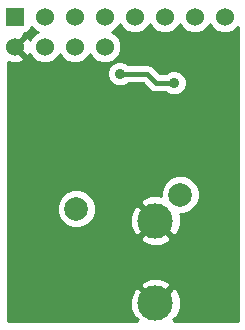
<source format=gbl>
G04 (created by PCBNEW (2013-07-07 BZR 4022)-stable) date 07/07/2014 09:14:03*
%MOIN*%
G04 Gerber Fmt 3.4, Leading zero omitted, Abs format*
%FSLAX34Y34*%
G01*
G70*
G90*
G04 APERTURE LIST*
%ADD10C,0.00590551*%
%ADD11R,0.06X0.06*%
%ADD12C,0.06*%
%ADD13C,0.11811*%
%ADD14C,0.0787402*%
%ADD15C,0.035*%
%ADD16C,0.015*%
%ADD17C,0.01*%
G04 APERTURE END LIST*
G54D10*
G54D11*
X19500Y-7000D03*
G54D12*
X25500Y-7000D03*
X20500Y-7000D03*
X26500Y-7000D03*
X21500Y-7000D03*
X22500Y-7000D03*
X23500Y-7000D03*
X24500Y-7000D03*
X22500Y-8000D03*
X21500Y-8000D03*
X20500Y-8000D03*
X19500Y-8000D03*
G54D13*
X24187Y-13793D03*
X24187Y-16549D03*
G54D14*
X25014Y-12927D03*
X21549Y-13400D03*
G54D15*
X24000Y-11500D03*
X24800Y-9200D03*
X23000Y-8900D03*
G54D16*
X24200Y-9200D02*
X24800Y-9200D01*
X23900Y-8900D02*
X24200Y-9200D01*
X23000Y-8900D02*
X23900Y-8900D01*
G54D10*
G36*
X26930Y-17130D02*
X25657Y-17130D01*
X25657Y-12800D01*
X25560Y-12563D01*
X25379Y-12382D01*
X25225Y-12318D01*
X25225Y-9115D01*
X25160Y-8959D01*
X25041Y-8839D01*
X24884Y-8775D01*
X24715Y-8774D01*
X24559Y-8839D01*
X24524Y-8875D01*
X24334Y-8875D01*
X24129Y-8670D01*
X24024Y-8599D01*
X23900Y-8575D01*
X23276Y-8575D01*
X23241Y-8539D01*
X23084Y-8475D01*
X22915Y-8474D01*
X22759Y-8539D01*
X22639Y-8658D01*
X22575Y-8815D01*
X22574Y-8984D01*
X22639Y-9140D01*
X22758Y-9260D01*
X22915Y-9324D01*
X23084Y-9325D01*
X23240Y-9260D01*
X23275Y-9225D01*
X23765Y-9225D01*
X23970Y-9429D01*
X23970Y-9429D01*
X24075Y-9500D01*
X24075Y-9500D01*
X24175Y-9520D01*
X24199Y-9525D01*
X24199Y-9524D01*
X24200Y-9525D01*
X24523Y-9525D01*
X24558Y-9560D01*
X24715Y-9624D01*
X24884Y-9625D01*
X25040Y-9560D01*
X25160Y-9441D01*
X25224Y-9284D01*
X25225Y-9115D01*
X25225Y-12318D01*
X25142Y-12283D01*
X24886Y-12283D01*
X24650Y-12381D01*
X24468Y-12562D01*
X24370Y-12798D01*
X24370Y-12962D01*
X24338Y-12950D01*
X24004Y-12956D01*
X23724Y-13072D01*
X23662Y-13197D01*
X24187Y-13722D01*
X24192Y-13717D01*
X24263Y-13788D01*
X24258Y-13793D01*
X24783Y-14319D01*
X24908Y-14256D01*
X25030Y-13944D01*
X25024Y-13610D01*
X25008Y-13571D01*
X25141Y-13571D01*
X25378Y-13473D01*
X25559Y-13292D01*
X25657Y-13056D01*
X25657Y-12800D01*
X25657Y-17130D01*
X25030Y-17130D01*
X24817Y-17130D01*
X24828Y-17119D01*
X24783Y-17074D01*
X24908Y-17012D01*
X25030Y-16700D01*
X25024Y-16366D01*
X24908Y-16087D01*
X24783Y-16024D01*
X24712Y-16094D01*
X24712Y-15953D01*
X24712Y-14389D01*
X24187Y-13864D01*
X24116Y-13935D01*
X24116Y-13793D01*
X23591Y-13268D01*
X23465Y-13331D01*
X23343Y-13642D01*
X23350Y-13976D01*
X23465Y-14256D01*
X23591Y-14319D01*
X24116Y-13793D01*
X24116Y-13935D01*
X23662Y-14389D01*
X23724Y-14515D01*
X24036Y-14637D01*
X24370Y-14630D01*
X24649Y-14515D01*
X24712Y-14389D01*
X24712Y-15953D01*
X24649Y-15828D01*
X24338Y-15706D01*
X24004Y-15712D01*
X23724Y-15828D01*
X23662Y-15953D01*
X24187Y-16478D01*
X24712Y-15953D01*
X24712Y-16094D01*
X24258Y-16549D01*
X24263Y-16555D01*
X24192Y-16625D01*
X24187Y-16620D01*
X24181Y-16625D01*
X24116Y-16560D01*
X24111Y-16555D01*
X24116Y-16549D01*
X23591Y-16024D01*
X23465Y-16087D01*
X23343Y-16398D01*
X23350Y-16732D01*
X23465Y-17012D01*
X23591Y-17074D01*
X23546Y-17119D01*
X23557Y-17130D01*
X22193Y-17130D01*
X22193Y-13272D01*
X22095Y-13035D01*
X21914Y-12854D01*
X21678Y-12756D01*
X21422Y-12756D01*
X21185Y-12853D01*
X21004Y-13034D01*
X20906Y-13271D01*
X20905Y-13527D01*
X21003Y-13764D01*
X21184Y-13945D01*
X21421Y-14043D01*
X21677Y-14043D01*
X21913Y-13946D01*
X22094Y-13765D01*
X22193Y-13528D01*
X22193Y-13272D01*
X22193Y-17130D01*
X19269Y-17130D01*
X19269Y-17100D01*
X19269Y-9800D01*
X19269Y-8501D01*
X19418Y-8554D01*
X19636Y-8543D01*
X19787Y-8481D01*
X19815Y-8385D01*
X19500Y-8070D01*
X19494Y-8076D01*
X19423Y-8005D01*
X19429Y-8000D01*
X19423Y-7994D01*
X19494Y-7923D01*
X19500Y-7929D01*
X19815Y-7614D01*
X19796Y-7550D01*
X19849Y-7550D01*
X19941Y-7512D01*
X20011Y-7441D01*
X20049Y-7349D01*
X20049Y-7327D01*
X20188Y-7465D01*
X20269Y-7499D01*
X20188Y-7533D01*
X20034Y-7688D01*
X20002Y-7763D01*
X19981Y-7712D01*
X19885Y-7684D01*
X19570Y-8000D01*
X19885Y-8315D01*
X19981Y-8287D01*
X20000Y-8232D01*
X20033Y-8311D01*
X20188Y-8465D01*
X20390Y-8549D01*
X20608Y-8550D01*
X20811Y-8466D01*
X20965Y-8311D01*
X20999Y-8230D01*
X21033Y-8311D01*
X21188Y-8465D01*
X21390Y-8549D01*
X21608Y-8550D01*
X21811Y-8466D01*
X21965Y-8311D01*
X21999Y-8230D01*
X22033Y-8311D01*
X22188Y-8465D01*
X22390Y-8549D01*
X22608Y-8550D01*
X22811Y-8466D01*
X22965Y-8311D01*
X23049Y-8109D01*
X23050Y-7891D01*
X22966Y-7688D01*
X22811Y-7534D01*
X22730Y-7500D01*
X22811Y-7466D01*
X22965Y-7311D01*
X22999Y-7230D01*
X23033Y-7311D01*
X23188Y-7465D01*
X23390Y-7549D01*
X23608Y-7550D01*
X23811Y-7466D01*
X23965Y-7311D01*
X23999Y-7230D01*
X24033Y-7311D01*
X24188Y-7465D01*
X24390Y-7549D01*
X24608Y-7550D01*
X24811Y-7466D01*
X24965Y-7311D01*
X24999Y-7230D01*
X25033Y-7311D01*
X25188Y-7465D01*
X25390Y-7549D01*
X25608Y-7550D01*
X25811Y-7466D01*
X25965Y-7311D01*
X25999Y-7230D01*
X26033Y-7311D01*
X26188Y-7465D01*
X26390Y-7549D01*
X26608Y-7550D01*
X26811Y-7466D01*
X26930Y-7347D01*
X26930Y-11900D01*
X26930Y-17100D01*
X26930Y-17130D01*
X26930Y-17130D01*
G37*
G54D17*
X26930Y-17130D02*
X25657Y-17130D01*
X25657Y-12800D01*
X25560Y-12563D01*
X25379Y-12382D01*
X25225Y-12318D01*
X25225Y-9115D01*
X25160Y-8959D01*
X25041Y-8839D01*
X24884Y-8775D01*
X24715Y-8774D01*
X24559Y-8839D01*
X24524Y-8875D01*
X24334Y-8875D01*
X24129Y-8670D01*
X24024Y-8599D01*
X23900Y-8575D01*
X23276Y-8575D01*
X23241Y-8539D01*
X23084Y-8475D01*
X22915Y-8474D01*
X22759Y-8539D01*
X22639Y-8658D01*
X22575Y-8815D01*
X22574Y-8984D01*
X22639Y-9140D01*
X22758Y-9260D01*
X22915Y-9324D01*
X23084Y-9325D01*
X23240Y-9260D01*
X23275Y-9225D01*
X23765Y-9225D01*
X23970Y-9429D01*
X23970Y-9429D01*
X24075Y-9500D01*
X24075Y-9500D01*
X24175Y-9520D01*
X24199Y-9525D01*
X24199Y-9524D01*
X24200Y-9525D01*
X24523Y-9525D01*
X24558Y-9560D01*
X24715Y-9624D01*
X24884Y-9625D01*
X25040Y-9560D01*
X25160Y-9441D01*
X25224Y-9284D01*
X25225Y-9115D01*
X25225Y-12318D01*
X25142Y-12283D01*
X24886Y-12283D01*
X24650Y-12381D01*
X24468Y-12562D01*
X24370Y-12798D01*
X24370Y-12962D01*
X24338Y-12950D01*
X24004Y-12956D01*
X23724Y-13072D01*
X23662Y-13197D01*
X24187Y-13722D01*
X24192Y-13717D01*
X24263Y-13788D01*
X24258Y-13793D01*
X24783Y-14319D01*
X24908Y-14256D01*
X25030Y-13944D01*
X25024Y-13610D01*
X25008Y-13571D01*
X25141Y-13571D01*
X25378Y-13473D01*
X25559Y-13292D01*
X25657Y-13056D01*
X25657Y-12800D01*
X25657Y-17130D01*
X25030Y-17130D01*
X24817Y-17130D01*
X24828Y-17119D01*
X24783Y-17074D01*
X24908Y-17012D01*
X25030Y-16700D01*
X25024Y-16366D01*
X24908Y-16087D01*
X24783Y-16024D01*
X24712Y-16094D01*
X24712Y-15953D01*
X24712Y-14389D01*
X24187Y-13864D01*
X24116Y-13935D01*
X24116Y-13793D01*
X23591Y-13268D01*
X23465Y-13331D01*
X23343Y-13642D01*
X23350Y-13976D01*
X23465Y-14256D01*
X23591Y-14319D01*
X24116Y-13793D01*
X24116Y-13935D01*
X23662Y-14389D01*
X23724Y-14515D01*
X24036Y-14637D01*
X24370Y-14630D01*
X24649Y-14515D01*
X24712Y-14389D01*
X24712Y-15953D01*
X24649Y-15828D01*
X24338Y-15706D01*
X24004Y-15712D01*
X23724Y-15828D01*
X23662Y-15953D01*
X24187Y-16478D01*
X24712Y-15953D01*
X24712Y-16094D01*
X24258Y-16549D01*
X24263Y-16555D01*
X24192Y-16625D01*
X24187Y-16620D01*
X24181Y-16625D01*
X24116Y-16560D01*
X24111Y-16555D01*
X24116Y-16549D01*
X23591Y-16024D01*
X23465Y-16087D01*
X23343Y-16398D01*
X23350Y-16732D01*
X23465Y-17012D01*
X23591Y-17074D01*
X23546Y-17119D01*
X23557Y-17130D01*
X22193Y-17130D01*
X22193Y-13272D01*
X22095Y-13035D01*
X21914Y-12854D01*
X21678Y-12756D01*
X21422Y-12756D01*
X21185Y-12853D01*
X21004Y-13034D01*
X20906Y-13271D01*
X20905Y-13527D01*
X21003Y-13764D01*
X21184Y-13945D01*
X21421Y-14043D01*
X21677Y-14043D01*
X21913Y-13946D01*
X22094Y-13765D01*
X22193Y-13528D01*
X22193Y-13272D01*
X22193Y-17130D01*
X19269Y-17130D01*
X19269Y-17100D01*
X19269Y-9800D01*
X19269Y-8501D01*
X19418Y-8554D01*
X19636Y-8543D01*
X19787Y-8481D01*
X19815Y-8385D01*
X19500Y-8070D01*
X19494Y-8076D01*
X19423Y-8005D01*
X19429Y-8000D01*
X19423Y-7994D01*
X19494Y-7923D01*
X19500Y-7929D01*
X19815Y-7614D01*
X19796Y-7550D01*
X19849Y-7550D01*
X19941Y-7512D01*
X20011Y-7441D01*
X20049Y-7349D01*
X20049Y-7327D01*
X20188Y-7465D01*
X20269Y-7499D01*
X20188Y-7533D01*
X20034Y-7688D01*
X20002Y-7763D01*
X19981Y-7712D01*
X19885Y-7684D01*
X19570Y-8000D01*
X19885Y-8315D01*
X19981Y-8287D01*
X20000Y-8232D01*
X20033Y-8311D01*
X20188Y-8465D01*
X20390Y-8549D01*
X20608Y-8550D01*
X20811Y-8466D01*
X20965Y-8311D01*
X20999Y-8230D01*
X21033Y-8311D01*
X21188Y-8465D01*
X21390Y-8549D01*
X21608Y-8550D01*
X21811Y-8466D01*
X21965Y-8311D01*
X21999Y-8230D01*
X22033Y-8311D01*
X22188Y-8465D01*
X22390Y-8549D01*
X22608Y-8550D01*
X22811Y-8466D01*
X22965Y-8311D01*
X23049Y-8109D01*
X23050Y-7891D01*
X22966Y-7688D01*
X22811Y-7534D01*
X22730Y-7500D01*
X22811Y-7466D01*
X22965Y-7311D01*
X22999Y-7230D01*
X23033Y-7311D01*
X23188Y-7465D01*
X23390Y-7549D01*
X23608Y-7550D01*
X23811Y-7466D01*
X23965Y-7311D01*
X23999Y-7230D01*
X24033Y-7311D01*
X24188Y-7465D01*
X24390Y-7549D01*
X24608Y-7550D01*
X24811Y-7466D01*
X24965Y-7311D01*
X24999Y-7230D01*
X25033Y-7311D01*
X25188Y-7465D01*
X25390Y-7549D01*
X25608Y-7550D01*
X25811Y-7466D01*
X25965Y-7311D01*
X25999Y-7230D01*
X26033Y-7311D01*
X26188Y-7465D01*
X26390Y-7549D01*
X26608Y-7550D01*
X26811Y-7466D01*
X26930Y-7347D01*
X26930Y-11900D01*
X26930Y-17100D01*
X26930Y-17130D01*
M02*

</source>
